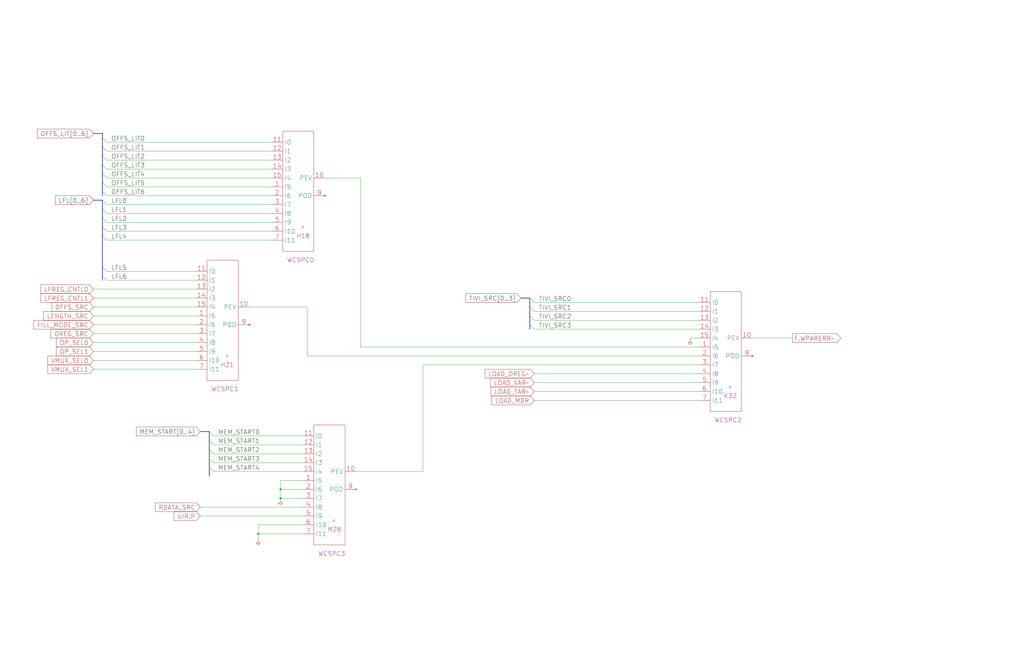
<source format=kicad_sch>
(kicad_sch (version 20220404) (generator eeschema)
  (paper "User" 584.2 378.46)
  (title_block (title "WCS PARITY CHECKER") (date "20-MAR-90") (rev "1.0") (comment 1 "FIU") (comment 2 "232-003065") (comment 3 "S400") (comment 4 "RELEASED"))
  (lib_symbols
    (symbol "r1000:93S48" (pin_names (offset 1.016))
      (property "Reference" "U" (at 2.54 5.08 0))
      (property "Value" "93S48" (at -6.35 -7.62 0))
      (property "Location" "___" (at -1.27 0 0))
      (property "Name" "______" (at 1.27 -15.24 0))
      (symbol "93S48_1_1"
        (rectangle (start -8.89 59.69) (end 8.89 -8.89))
        (pin input line (at -15.24 27.94 0) (length 6.35) (name "I5") (number "1"))
        (pin output line (at 15.24 33.02 180) (length 6.35) (name "PEV") (number "10"))
        (pin input line (at -15.24 53.34 0) (length 6.35) (name "I0") (number "11"))
        (pin input line (at -15.24 48.26 0) (length 6.35) (name "I1") (number "12"))
        (pin input line (at -15.24 43.18 0) (length 6.35) (name "I2") (number "13"))
        (pin input line (at -15.24 38.1 0) (length 6.35) (name "I3") (number "14"))
        (pin input line (at -15.24 33.02 0) (length 6.35) (name "I4") (number "15"))
        (pin input line (at -15.24 22.86 0) (length 6.35) (name "I6") (number "2"))
        (pin input line (at -15.24 17.78 0) (length 6.35) (name "I7") (number "3"))
        (pin input line (at -15.24 12.7 0) (length 6.35) (name "I8") (number "4"))
        (pin input line (at -15.24 7.62 0) (length 6.35) (name "I9") (number "5"))
        (pin input line (at -15.24 2.54 0) (length 6.35) (name "I10") (number "6"))
        (pin input line (at -15.24 -2.54 0) (length 6.35) (name "I11") (number "7"))
        (pin output line (at 15.24 22.86 180) (length 6.35) (name "POD") (number "9"))
      )
    )
    (symbol "r1000:PD" (power) (pin_numbers hide) (pin_names hide) (in_bom no)
      (symbol "PD_0_1"
        (polyline (pts (xy 0 -2.54) (xy 1.27 -2.54) (xy 0 -3.81) (xy -1.27 -2.54) (xy 0 -2.54)) (stroke (width 0.1524)))
      )
      (symbol "PD_1_1"
        (pin power_in line (at 0 0 270) (length 2.54) (name "PD") (number "1"))
      )
    )
  )
  (junction (at 147.32 304.8))
  (junction (at 160.02 279.4))
  (junction (at 160.02 284.48))
  (no_connect (at 429.26 203.2))
  (no_connect (at 142.24 185.42))
  (no_connect (at 203.2 279.4))
  (no_connect (at 185.42 111.76))
  (bus_entry (at 302.26 170.18) (size 2.54 2.54))
  (bus_entry (at 302.26 185.42) (size 2.54 2.54))
  (bus_entry (at 58.42 109.22) (size 2.54 2.54))
  (bus_entry (at 58.42 134.62) (size 2.54 2.54))
  (bus_entry (at 58.42 78.74) (size 2.54 2.54))
  (bus_entry (at 58.42 104.14) (size 2.54 2.54))
  (bus_entry (at 58.42 93.98) (size 2.54 2.54))
  (bus_entry (at 119.38 261.62) (size 2.54 2.54))
  (bus_entry (at 119.38 266.7) (size 2.54 2.54))
  (bus_entry (at 58.42 99.06) (size 2.54 2.54))
  (bus_entry (at 58.42 114.3) (size 2.54 2.54))
  (bus_entry (at 58.42 152.4) (size 2.54 2.54))
  (bus_entry (at 119.38 251.46) (size 2.54 2.54))
  (bus_entry (at 119.38 256.54) (size 2.54 2.54))
  (bus_entry (at 58.42 124.46) (size 2.54 2.54))
  (bus_entry (at 58.42 83.82) (size 2.54 2.54))
  (bus_entry (at 302.26 175.26) (size 2.54 2.54))
  (bus_entry (at 58.42 88.9) (size 2.54 2.54))
  (bus_entry (at 58.42 119.38) (size 2.54 2.54))
  (bus_entry (at 302.26 180.34) (size 2.54 2.54))
  (bus_entry (at 58.42 157.48) (size 2.54 2.54))
  (bus_entry (at 58.42 129.54) (size 2.54 2.54))
  (bus_entry (at 119.38 246.38) (size 2.54 2.54))
  (bus (pts (xy 58.42 134.62) (xy 58.42 152.4)))
  (wire (pts (xy 429.26 193.04) (xy 452.12 193.04)))
  (wire (pts (xy 60.96 121.92) (xy 154.94 121.92)))
  (wire (pts (xy 160.02 274.32) (xy 160.02 279.4)))
  (bus (pts (xy 302.26 180.34) (xy 302.26 185.42)))
  (wire (pts (xy 121.92 269.24) (xy 172.72 269.24)))
  (wire (pts (xy 53.34 190.5) (xy 111.76 190.5)))
  (wire (pts (xy 304.8 182.88) (xy 398.78 182.88)))
  (bus (pts (xy 58.42 114.3) (xy 58.42 119.38)))
  (wire (pts (xy 53.34 185.42) (xy 111.76 185.42)))
  (wire (pts (xy 393.7 193.04) (xy 398.78 193.04)))
  (wire (pts (xy 304.8 228.6) (xy 398.78 228.6)))
  (bus (pts (xy 58.42 76.2) (xy 58.42 78.74)))
  (bus (pts (xy 58.42 99.06) (xy 58.42 104.14)))
  (wire (pts (xy 398.78 208.28) (xy 241.3 208.28)))
  (wire (pts (xy 60.96 81.28) (xy 154.94 81.28)))
  (wire (pts (xy 53.34 200.66) (xy 111.76 200.66)))
  (bus (pts (xy 58.42 157.48) (xy 58.42 160.02)))
  (wire (pts (xy 53.34 210.82) (xy 111.76 210.82)))
  (wire (pts (xy 241.3 269.24) (xy 203.2 269.24)))
  (bus (pts (xy 58.42 129.54) (xy 58.42 134.62)))
  (wire (pts (xy 304.8 223.52) (xy 398.78 223.52)))
  (bus (pts (xy 119.38 261.62) (xy 119.38 266.7)))
  (wire (pts (xy 60.96 111.76) (xy 154.94 111.76)))
  (wire (pts (xy 160.02 279.4) (xy 172.72 279.4)))
  (wire (pts (xy 60.96 91.44) (xy 154.94 91.44)))
  (wire (pts (xy 60.96 127) (xy 154.94 127)))
  (wire (pts (xy 304.8 177.8) (xy 398.78 177.8)))
  (wire (pts (xy 304.8 187.96) (xy 398.78 187.96)))
  (wire (pts (xy 175.26 203.2) (xy 175.26 175.26)))
  (wire (pts (xy 172.72 274.32) (xy 160.02 274.32)))
  (wire (pts (xy 147.32 299.72) (xy 147.32 304.8)))
  (wire (pts (xy 60.96 106.68) (xy 154.94 106.68)))
  (bus (pts (xy 58.42 78.74) (xy 58.42 83.82)))
  (bus (pts (xy 302.26 185.42) (xy 302.26 187.96)))
  (wire (pts (xy 60.96 137.16) (xy 154.94 137.16)))
  (bus (pts (xy 297.18 170.18) (xy 302.26 170.18)))
  (wire (pts (xy 60.96 101.6) (xy 154.94 101.6)))
  (wire (pts (xy 304.8 213.36) (xy 398.78 213.36)))
  (wire (pts (xy 205.74 101.6) (xy 185.42 101.6)))
  (wire (pts (xy 398.78 198.12) (xy 205.74 198.12)))
  (wire (pts (xy 53.34 165.1) (xy 111.76 165.1)))
  (bus (pts (xy 58.42 152.4) (xy 58.42 157.48)))
  (wire (pts (xy 398.78 203.2) (xy 175.26 203.2)))
  (bus (pts (xy 302.26 170.18) (xy 302.26 175.26)))
  (wire (pts (xy 121.92 254) (xy 172.72 254)))
  (wire (pts (xy 160.02 279.4) (xy 160.02 284.48)))
  (bus (pts (xy 58.42 119.38) (xy 58.42 124.46)))
  (bus (pts (xy 302.26 175.26) (xy 302.26 180.34)))
  (wire (pts (xy 241.3 208.28) (xy 241.3 269.24)))
  (wire (pts (xy 53.34 195.58) (xy 111.76 195.58)))
  (bus (pts (xy 58.42 109.22) (xy 58.42 111.76)))
  (wire (pts (xy 60.96 96.52) (xy 154.94 96.52)))
  (bus (pts (xy 119.38 246.38) (xy 119.38 251.46)))
  (bus (pts (xy 119.38 256.54) (xy 119.38 261.62)))
  (wire (pts (xy 53.34 175.26) (xy 111.76 175.26)))
  (wire (pts (xy 114.3 289.56) (xy 172.72 289.56)))
  (bus (pts (xy 119.38 266.7) (xy 119.38 271.78)))
  (bus (pts (xy 58.42 93.98) (xy 58.42 99.06)))
  (wire (pts (xy 121.92 248.92) (xy 172.72 248.92)))
  (wire (pts (xy 175.26 175.26) (xy 142.24 175.26)))
  (bus (pts (xy 119.38 251.46) (xy 119.38 256.54)))
  (wire (pts (xy 304.8 172.72) (xy 398.78 172.72)))
  (wire (pts (xy 160.02 284.48) (xy 172.72 284.48)))
  (wire (pts (xy 60.96 154.94) (xy 111.76 154.94)))
  (bus (pts (xy 58.42 104.14) (xy 58.42 109.22)))
  (wire (pts (xy 121.92 259.08) (xy 172.72 259.08)))
  (wire (pts (xy 53.34 205.74) (xy 111.76 205.74)))
  (wire (pts (xy 121.92 264.16) (xy 172.72 264.16)))
  (wire (pts (xy 114.3 294.64) (xy 172.72 294.64)))
  (bus (pts (xy 53.34 76.2) (xy 58.42 76.2)))
  (bus (pts (xy 58.42 88.9) (xy 58.42 93.98)))
  (wire (pts (xy 60.96 160.02) (xy 111.76 160.02)))
  (bus (pts (xy 58.42 83.82) (xy 58.42 88.9)))
  (bus (pts (xy 53.34 114.3) (xy 58.42 114.3)))
  (wire (pts (xy 172.72 299.72) (xy 147.32 299.72)))
  (wire (pts (xy 53.34 180.34) (xy 111.76 180.34)))
  (wire (pts (xy 147.32 304.8) (xy 172.72 304.8)))
  (wire (pts (xy 53.34 170.18) (xy 111.76 170.18)))
  (bus (pts (xy 58.42 124.46) (xy 58.42 129.54)))
  (wire (pts (xy 60.96 116.84) (xy 154.94 116.84)))
  (wire (pts (xy 60.96 132.08) (xy 154.94 132.08)))
  (wire (pts (xy 60.96 86.36) (xy 154.94 86.36)))
  (wire (pts (xy 304.8 218.44) (xy 398.78 218.44)))
  (bus (pts (xy 114.3 246.38) (xy 119.38 246.38)))
  (wire (pts (xy 147.32 304.8) (xy 147.32 307.34)))
  (wire (pts (xy 205.74 198.12) (xy 205.74 101.6)))
  (label "MEM_START3" (at 124.46 264.16 0) (effects (font (size 2.54 2.54))))
  (label "TIVI_SRC0" (at 307.34 172.72 0) (effects (font (size 2.54 2.54))))
  (label "OFFS_LIT5" (at 63.5 106.68 0) (effects (font (size 2.54 2.54))))
  (label "LFL2" (at 63.5 127 0) (effects (font (size 2.54 2.54))))
  (label "OFFS_LIT0" (at 63.5 81.28 0) (effects (font (size 2.54 2.54))))
  (label "LFL4" (at 63.5 137.16 0) (effects (font (size 2.54 2.54))))
  (label "MEM_START1" (at 124.46 254 0) (effects (font (size 2.54 2.54))))
  (label "LFL6" (at 63.5 160.02 0) (effects (font (size 2.54 2.54))))
  (label "TIVI_SRC3" (at 307.34 187.96 0) (effects (font (size 2.54 2.54))))
  (label "LFL5" (at 63.5 154.94 0) (effects (font (size 2.54 2.54))))
  (label "OFFS_LIT6" (at 63.5 111.76 0) (effects (font (size 2.54 2.54))))
  (label "TIVI_SRC1" (at 307.34 177.8 0) (effects (font (size 2.54 2.54))))
  (label "TIVI_SRC2" (at 307.34 182.88 0) (effects (font (size 2.54 2.54))))
  (label "LFL1" (at 63.5 121.92 0) (effects (font (size 2.54 2.54))))
  (label "LFL3" (at 63.5 132.08 0) (effects (font (size 2.54 2.54))))
  (label "MEM_START2" (at 124.46 259.08 0) (effects (font (size 2.54 2.54))))
  (label "OFFS_LIT4" (at 63.5 101.6 0) (effects (font (size 2.54 2.54))))
  (label "OFFS_LIT1" (at 63.5 86.36 0) (effects (font (size 2.54 2.54))))
  (label "LFL0" (at 63.5 116.84 0) (effects (font (size 2.54 2.54))))
  (label "MEM_START0" (at 124.46 248.92 0) (effects (font (size 2.54 2.54))))
  (label "MEM_START4" (at 124.46 269.24 0) (effects (font (size 2.54 2.54))))
  (label "OFFS_LIT3" (at 63.5 96.52 0) (effects (font (size 2.54 2.54))))
  (label "OFFS_LIT2" (at 63.5 91.44 0) (effects (font (size 2.54 2.54))))
  (global_label "VMUX_SEL0" (shape input) (at 53.34 205.74 180) (effects (font (size 2.54 2.54))) (property "Intersheet References" "${INTERSHEET_REFS}" (at 27.2264 205.5813 0) (effects (font (size 1.905 1.905)) (justify right))))
  (global_label "LFREG_CNTL1" (shape input) (at 53.34 170.18 180) (effects (font (size 2.54 2.54))) (property "Intersheet References" "${INTERSHEET_REFS}" (at 23.3559 170.0213 0) (effects (font (size 1.905 1.905)) (justify right))))
  (global_label "LENGTH_SRC" (shape input) (at 53.34 180.34 180) (effects (font (size 2.54 2.54))) (property "Intersheet References" "${INTERSHEET_REFS}" (at 24.9283 180.1813 0) (effects (font (size 1.905 1.905)) (justify right))))
  (global_label "F.WPARERR~" (shape output) (at 452.12 193.04 0) (effects (font (size 2.54 2.54))) (property "Intersheet References" "${INTERSHEET_REFS}" (at 479.685 192.8813 0) (effects (font (size 1.905 1.905)) (justify left))))
  (global_label "UIR.P" (shape input) (at 114.3 294.64 180) (effects (font (size 2.54 2.54))) (property "Intersheet References" "${INTERSHEET_REFS}" (at 99.314 294.4813 0) (effects (font (size 1.905 1.905)) (justify right))))
  (global_label "LOAD_VAR~" (shape input) (at 304.8 218.44 180) (effects (font (size 2.54 2.54))) (property "Intersheet References" "${INTERSHEET_REFS}" (at 279.8959 218.2813 0) (effects (font (size 1.905 1.905)) (justify right))))
  (global_label "OFFS_SRC" (shape input) (at 53.34 175.26 180) (effects (font (size 2.54 2.54))) (property "Intersheet References" "${INTERSHEET_REFS}" (at 29.6454 175.1013 0) (effects (font (size 1.905 1.905)) (justify right))))
  (global_label "TIVI_SRC[0..3]" (shape input) (at 297.18 170.18 180) (effects (font (size 2.54 2.54))) (property "Intersheet References" "${INTERSHEET_REFS}" (at 265.7445 170.0213 0) (effects (font (size 1.905 1.905)) (justify right))))
  (global_label "LOAD_OREG~" (shape input) (at 304.8 213.36 180) (effects (font (size 2.54 2.54))) (property "Intersheet References" "${INTERSHEET_REFS}" (at 276.7511 213.2013 0) (effects (font (size 1.905 1.905)) (justify right))))
  (global_label "MEM_START[0..4]" (shape input) (at 114.3 246.38 180) (effects (font (size 2.54 2.54))) (property "Intersheet References" "${INTERSHEET_REFS}" (at 77.7845 246.2213 0) (effects (font (size 1.905 1.905)) (justify right))))
  (global_label "RDATA_SRC" (shape input) (at 114.3 289.56 180) (effects (font (size 2.54 2.54))) (property "Intersheet References" "${INTERSHEET_REFS}" (at 88.6702 289.4013 0) (effects (font (size 1.905 1.905)) (justify right))))
  (global_label "LFL[0..6]" (shape input) (at 53.34 114.3 180) (effects (font (size 2.54 2.54))) (property "Intersheet References" "${INTERSHEET_REFS}" (at 31.5807 114.1413 0) (effects (font (size 1.905 1.905)) (justify right))))
  (global_label "VMUX_SEL1" (shape input) (at 53.34 210.82 180) (effects (font (size 2.54 2.54))) (property "Intersheet References" "${INTERSHEET_REFS}" (at 27.2264 210.6613 0) (effects (font (size 1.905 1.905)) (justify right))))
  (global_label "LOAD_MDR" (shape input) (at 304.8 228.6 180) (effects (font (size 2.54 2.54))) (property "Intersheet References" "${INTERSHEET_REFS}" (at 280.6216 228.4413 0) (effects (font (size 1.905 1.905)) (justify right))))
  (global_label "OP_SEL1" (shape input) (at 53.34 200.66 180) (effects (font (size 2.54 2.54))) (property "Intersheet References" "${INTERSHEET_REFS}" (at 32.1854 200.5013 0) (effects (font (size 1.905 1.905)) (justify right))))
  (global_label "OREG_SRC" (shape input) (at 53.34 190.5 180) (effects (font (size 2.54 2.54))) (property "Intersheet References" "${INTERSHEET_REFS}" (at 29.0407 190.3413 0) (effects (font (size 1.905 1.905)) (justify right))))
  (global_label "LFREG_CNTL0" (shape input) (at 53.34 165.1 180) (effects (font (size 2.54 2.54))) (property "Intersheet References" "${INTERSHEET_REFS}" (at 23.3559 164.9413 0) (effects (font (size 1.905 1.905)) (justify right))))
  (global_label "FILL_MODE_SRC" (shape input) (at 53.34 185.42 180) (effects (font (size 2.54 2.54))) (property "Intersheet References" "${INTERSHEET_REFS}" (at 19.2435 185.2613 0) (effects (font (size 1.905 1.905)) (justify right))))
  (global_label "LOAD_TAR~" (shape input) (at 304.8 223.52 180) (effects (font (size 2.54 2.54))) (property "Intersheet References" "${INTERSHEET_REFS}" (at 280.1378 223.3613 0) (effects (font (size 1.905 1.905)) (justify right))))
  (global_label "OFFS_LIT[0..6]" (shape input) (at 53.34 76.2 180) (effects (font (size 2.54 2.54))) (property "Intersheet References" "${INTERSHEET_REFS}" (at 21.2997 76.0413 0) (effects (font (size 1.905 1.905)) (justify right))))
  (global_label "OP_SEL0" (shape input) (at 53.34 195.58 180) (effects (font (size 2.54 2.54))) (property "Intersheet References" "${INTERSHEET_REFS}" (at 32.1854 195.4213 0) (effects (font (size 1.905 1.905)) (justify right))))
  (symbol (lib_id "r1000:PD") (at 393.7 193.04 0) (unit 1) (in_bom no)
    (default_instance (reference "U") (unit 1) (value "") (footprint ""))
    (property "Reference" "U" (effects hide))
  )
  (symbol (lib_id "r1000:PD") (at 160.02 284.48 0) (unit 1) (in_bom no)
    (default_instance (reference "U") (unit 1) (value "") (footprint ""))
    (property "Reference" "U" (effects hide))
  )
  (symbol (lib_id "r1000:93S48") (at 414.02 226.06 0) (unit 1)
    (default_instance (reference "U") (unit 1) (value "") (footprint ""))
    (property "Reference" "U" (at 416.56 220.98 0))
    (property "Location" "K32" (at 412.75 226.06 0) (effects (font (size 2.54 2.54)) (justify left)))
    (property "Name" "WCSPC2" (at 415.29 241.3 0) (effects (font (size 2.54 2.54)) (justify bottom)))
  )
  (symbol (lib_id "r1000:93S48") (at 187.96 302.26 0) (unit 1)
    (default_instance (reference "U") (unit 1) (value "") (footprint ""))
    (property "Reference" "U" (at 190.5 297.18 0))
    (property "Location" "M28" (at 186.69 302.26 0) (effects (font (size 2.54 2.54)) (justify left)))
    (property "Name" "WCSPC3" (at 189.23 317.5 0) (effects (font (size 2.54 2.54)) (justify bottom)))
  )
  (symbol (lib_id "r1000:93S48") (at 127 208.28 0) (unit 1)
    (default_instance (reference "U") (unit 1) (value "") (footprint ""))
    (property "Reference" "U" (at 129.54 203.2 0))
    (property "Location" "H21" (at 125.73 208.28 0) (effects (font (size 2.54 2.54)) (justify left)))
    (property "Name" "WCSPC1" (at 128.27 223.52 0) (effects (font (size 2.54 2.54)) (justify bottom)))
  )
  (symbol (lib_id "r1000:PD") (at 147.32 307.34 0) (unit 1) (in_bom no)
    (default_instance (reference "U") (unit 1) (value "") (footprint ""))
    (property "Reference" "U" (effects hide))
  )
  (symbol (lib_id "r1000:93S48") (at 170.18 134.62 0) (unit 1)
    (default_instance (reference "U") (unit 1) (value "") (footprint ""))
    (property "Reference" "U" (at 172.72 129.54 0))
    (property "Location" "H18" (at 168.91 134.62 0) (effects (font (size 2.54 2.54)) (justify left)))
    (property "Name" "WCSPC0" (at 171.45 149.86 0) (effects (font (size 2.54 2.54)) (justify bottom)))
  )
)
</source>
